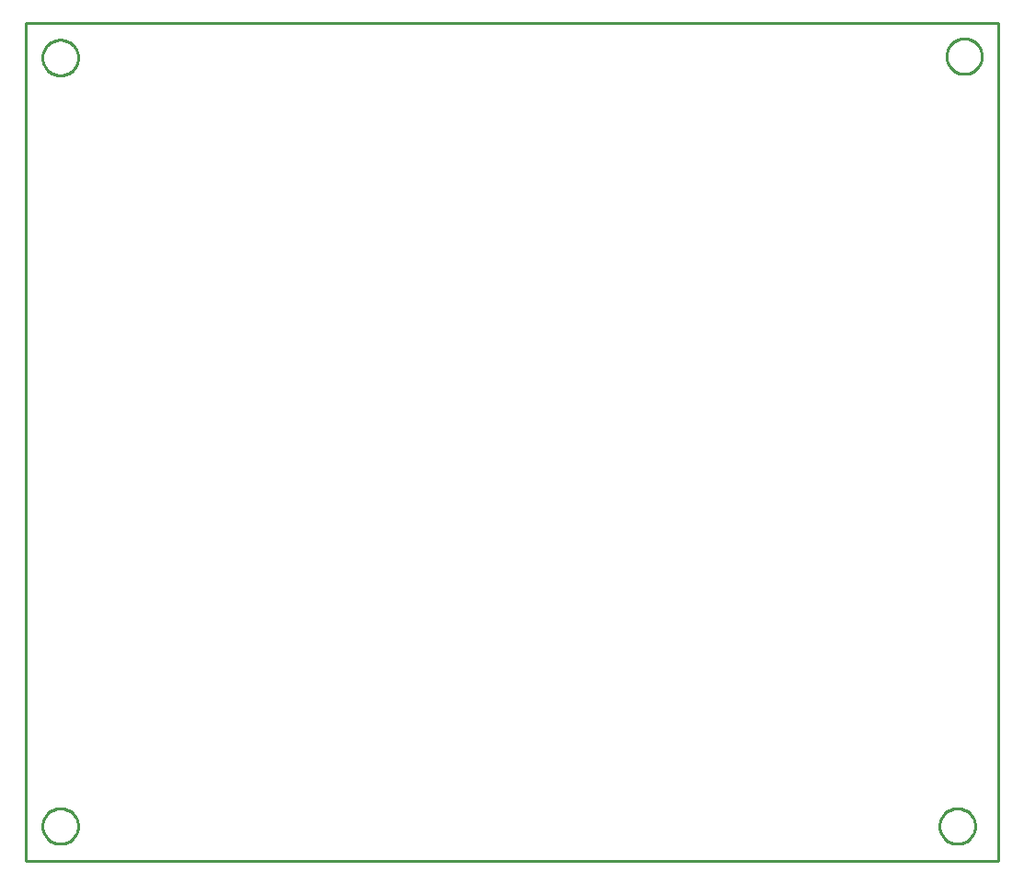
<source format=gbr>
G04 EAGLE Gerber RS-274X export*
G75*
%MOMM*%
%FSLAX34Y34*%
%LPD*%
%IN*%
%IPPOS*%
%AMOC8*
5,1,8,0,0,1.08239X$1,22.5*%
G01*
%ADD10C,0.254000*%


D10*
X0Y0D02*
X895150Y0D01*
X895150Y771400D01*
X0Y771400D01*
X0Y0D01*
X48070Y738606D02*
X48000Y737540D01*
X47860Y736480D01*
X47652Y735432D01*
X47375Y734400D01*
X47032Y733388D01*
X46623Y732401D01*
X46150Y731443D01*
X45616Y730518D01*
X45022Y729629D01*
X44372Y728781D01*
X43667Y727978D01*
X42912Y727223D01*
X42109Y726518D01*
X41261Y725868D01*
X40372Y725274D01*
X39447Y724740D01*
X38489Y724267D01*
X37502Y723858D01*
X36490Y723515D01*
X35458Y723238D01*
X34410Y723030D01*
X33350Y722890D01*
X32284Y722821D01*
X31216Y722821D01*
X30150Y722890D01*
X29090Y723030D01*
X28042Y723238D01*
X27010Y723515D01*
X25998Y723858D01*
X25011Y724267D01*
X24053Y724740D01*
X23128Y725274D01*
X22239Y725868D01*
X21391Y726518D01*
X20588Y727223D01*
X19833Y727978D01*
X19128Y728781D01*
X18478Y729629D01*
X17884Y730518D01*
X17350Y731443D01*
X16877Y732401D01*
X16468Y733388D01*
X16125Y734400D01*
X15848Y735432D01*
X15640Y736480D01*
X15500Y737540D01*
X15431Y738606D01*
X15431Y739674D01*
X15500Y740740D01*
X15640Y741800D01*
X15848Y742848D01*
X16125Y743880D01*
X16468Y744892D01*
X16877Y745879D01*
X17350Y746837D01*
X17884Y747762D01*
X18478Y748651D01*
X19128Y749499D01*
X19833Y750302D01*
X20588Y751057D01*
X21391Y751762D01*
X22239Y752412D01*
X23128Y753006D01*
X24053Y753540D01*
X25011Y754013D01*
X25998Y754422D01*
X27010Y754765D01*
X28042Y755042D01*
X29090Y755250D01*
X30150Y755390D01*
X31216Y755460D01*
X32284Y755460D01*
X33350Y755390D01*
X34410Y755250D01*
X35458Y755042D01*
X36490Y754765D01*
X37502Y754422D01*
X38489Y754013D01*
X39447Y753540D01*
X40372Y753006D01*
X41261Y752412D01*
X42109Y751762D01*
X42912Y751057D01*
X43667Y750302D01*
X44372Y749499D01*
X45022Y748651D01*
X45616Y747762D01*
X46150Y746837D01*
X46623Y745879D01*
X47032Y744892D01*
X47375Y743880D01*
X47652Y742848D01*
X47860Y741800D01*
X48000Y740740D01*
X48070Y739674D01*
X48070Y738606D01*
X879920Y739876D02*
X879850Y738810D01*
X879710Y737750D01*
X879502Y736702D01*
X879225Y735670D01*
X878882Y734658D01*
X878473Y733671D01*
X878000Y732713D01*
X877466Y731788D01*
X876872Y730899D01*
X876222Y730051D01*
X875517Y729248D01*
X874762Y728493D01*
X873959Y727788D01*
X873111Y727138D01*
X872222Y726544D01*
X871297Y726010D01*
X870339Y725537D01*
X869352Y725128D01*
X868340Y724785D01*
X867308Y724508D01*
X866260Y724300D01*
X865200Y724160D01*
X864134Y724091D01*
X863066Y724091D01*
X862000Y724160D01*
X860940Y724300D01*
X859892Y724508D01*
X858860Y724785D01*
X857848Y725128D01*
X856861Y725537D01*
X855903Y726010D01*
X854978Y726544D01*
X854089Y727138D01*
X853241Y727788D01*
X852438Y728493D01*
X851683Y729248D01*
X850978Y730051D01*
X850328Y730899D01*
X849734Y731788D01*
X849200Y732713D01*
X848727Y733671D01*
X848318Y734658D01*
X847975Y735670D01*
X847698Y736702D01*
X847490Y737750D01*
X847350Y738810D01*
X847281Y739876D01*
X847281Y740944D01*
X847350Y742010D01*
X847490Y743070D01*
X847698Y744118D01*
X847975Y745150D01*
X848318Y746162D01*
X848727Y747149D01*
X849200Y748107D01*
X849734Y749032D01*
X850328Y749921D01*
X850978Y750769D01*
X851683Y751572D01*
X852438Y752327D01*
X853241Y753032D01*
X854089Y753682D01*
X854978Y754276D01*
X855903Y754810D01*
X856861Y755283D01*
X857848Y755692D01*
X858860Y756035D01*
X859892Y756312D01*
X860940Y756520D01*
X862000Y756660D01*
X863066Y756730D01*
X864134Y756730D01*
X865200Y756660D01*
X866260Y756520D01*
X867308Y756312D01*
X868340Y756035D01*
X869352Y755692D01*
X870339Y755283D01*
X871297Y754810D01*
X872222Y754276D01*
X873111Y753682D01*
X873959Y753032D01*
X874762Y752327D01*
X875517Y751572D01*
X876222Y750769D01*
X876872Y749921D01*
X877466Y749032D01*
X878000Y748107D01*
X878473Y747149D01*
X878882Y746162D01*
X879225Y745150D01*
X879502Y744118D01*
X879710Y743070D01*
X879850Y742010D01*
X879920Y740944D01*
X879920Y739876D01*
X873570Y31216D02*
X873500Y30150D01*
X873360Y29090D01*
X873152Y28042D01*
X872875Y27010D01*
X872532Y25998D01*
X872123Y25011D01*
X871650Y24053D01*
X871116Y23128D01*
X870522Y22239D01*
X869872Y21391D01*
X869167Y20588D01*
X868412Y19833D01*
X867609Y19128D01*
X866761Y18478D01*
X865872Y17884D01*
X864947Y17350D01*
X863989Y16877D01*
X863002Y16468D01*
X861990Y16125D01*
X860958Y15848D01*
X859910Y15640D01*
X858850Y15500D01*
X857784Y15431D01*
X856716Y15431D01*
X855650Y15500D01*
X854590Y15640D01*
X853542Y15848D01*
X852510Y16125D01*
X851498Y16468D01*
X850511Y16877D01*
X849553Y17350D01*
X848628Y17884D01*
X847739Y18478D01*
X846891Y19128D01*
X846088Y19833D01*
X845333Y20588D01*
X844628Y21391D01*
X843978Y22239D01*
X843384Y23128D01*
X842850Y24053D01*
X842377Y25011D01*
X841968Y25998D01*
X841625Y27010D01*
X841348Y28042D01*
X841140Y29090D01*
X841000Y30150D01*
X840931Y31216D01*
X840931Y32284D01*
X841000Y33350D01*
X841140Y34410D01*
X841348Y35458D01*
X841625Y36490D01*
X841968Y37502D01*
X842377Y38489D01*
X842850Y39447D01*
X843384Y40372D01*
X843978Y41261D01*
X844628Y42109D01*
X845333Y42912D01*
X846088Y43667D01*
X846891Y44372D01*
X847739Y45022D01*
X848628Y45616D01*
X849553Y46150D01*
X850511Y46623D01*
X851498Y47032D01*
X852510Y47375D01*
X853542Y47652D01*
X854590Y47860D01*
X855650Y48000D01*
X856716Y48070D01*
X857784Y48070D01*
X858850Y48000D01*
X859910Y47860D01*
X860958Y47652D01*
X861990Y47375D01*
X863002Y47032D01*
X863989Y46623D01*
X864947Y46150D01*
X865872Y45616D01*
X866761Y45022D01*
X867609Y44372D01*
X868412Y43667D01*
X869167Y42912D01*
X869872Y42109D01*
X870522Y41261D01*
X871116Y40372D01*
X871650Y39447D01*
X872123Y38489D01*
X872532Y37502D01*
X872875Y36490D01*
X873152Y35458D01*
X873360Y34410D01*
X873500Y33350D01*
X873570Y32284D01*
X873570Y31216D01*
X48070Y31216D02*
X48000Y30150D01*
X47860Y29090D01*
X47652Y28042D01*
X47375Y27010D01*
X47032Y25998D01*
X46623Y25011D01*
X46150Y24053D01*
X45616Y23128D01*
X45022Y22239D01*
X44372Y21391D01*
X43667Y20588D01*
X42912Y19833D01*
X42109Y19128D01*
X41261Y18478D01*
X40372Y17884D01*
X39447Y17350D01*
X38489Y16877D01*
X37502Y16468D01*
X36490Y16125D01*
X35458Y15848D01*
X34410Y15640D01*
X33350Y15500D01*
X32284Y15431D01*
X31216Y15431D01*
X30150Y15500D01*
X29090Y15640D01*
X28042Y15848D01*
X27010Y16125D01*
X25998Y16468D01*
X25011Y16877D01*
X24053Y17350D01*
X23128Y17884D01*
X22239Y18478D01*
X21391Y19128D01*
X20588Y19833D01*
X19833Y20588D01*
X19128Y21391D01*
X18478Y22239D01*
X17884Y23128D01*
X17350Y24053D01*
X16877Y25011D01*
X16468Y25998D01*
X16125Y27010D01*
X15848Y28042D01*
X15640Y29090D01*
X15500Y30150D01*
X15431Y31216D01*
X15431Y32284D01*
X15500Y33350D01*
X15640Y34410D01*
X15848Y35458D01*
X16125Y36490D01*
X16468Y37502D01*
X16877Y38489D01*
X17350Y39447D01*
X17884Y40372D01*
X18478Y41261D01*
X19128Y42109D01*
X19833Y42912D01*
X20588Y43667D01*
X21391Y44372D01*
X22239Y45022D01*
X23128Y45616D01*
X24053Y46150D01*
X25011Y46623D01*
X25998Y47032D01*
X27010Y47375D01*
X28042Y47652D01*
X29090Y47860D01*
X30150Y48000D01*
X31216Y48070D01*
X32284Y48070D01*
X33350Y48000D01*
X34410Y47860D01*
X35458Y47652D01*
X36490Y47375D01*
X37502Y47032D01*
X38489Y46623D01*
X39447Y46150D01*
X40372Y45616D01*
X41261Y45022D01*
X42109Y44372D01*
X42912Y43667D01*
X43667Y42912D01*
X44372Y42109D01*
X45022Y41261D01*
X45616Y40372D01*
X46150Y39447D01*
X46623Y38489D01*
X47032Y37502D01*
X47375Y36490D01*
X47652Y35458D01*
X47860Y34410D01*
X48000Y33350D01*
X48070Y32284D01*
X48070Y31216D01*
M02*

</source>
